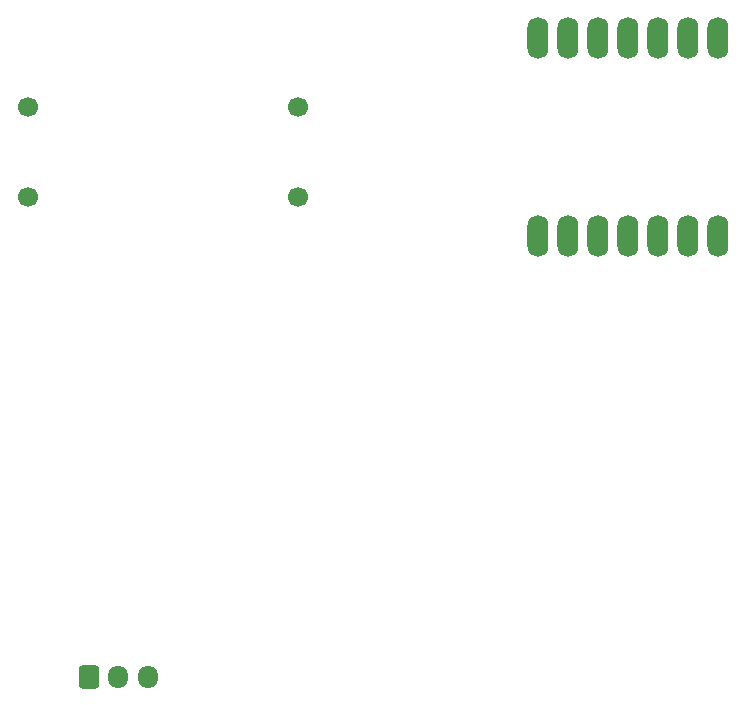
<source format=gbr>
%TF.GenerationSoftware,KiCad,Pcbnew,7.0.10*%
%TF.CreationDate,2024-01-23T18:00:44-08:00*%
%TF.ProjectId,pcb-test-3,7063622d-7465-4737-942d-332e6b696361,rev?*%
%TF.SameCoordinates,Original*%
%TF.FileFunction,Soldermask,Bot*%
%TF.FilePolarity,Negative*%
%FSLAX46Y46*%
G04 Gerber Fmt 4.6, Leading zero omitted, Abs format (unit mm)*
G04 Created by KiCad (PCBNEW 7.0.10) date 2024-01-23 18:00:44*
%MOMM*%
%LPD*%
G01*
G04 APERTURE LIST*
G04 Aperture macros list*
%AMRoundRect*
0 Rectangle with rounded corners*
0 $1 Rounding radius*
0 $2 $3 $4 $5 $6 $7 $8 $9 X,Y pos of 4 corners*
0 Add a 4 corners polygon primitive as box body*
4,1,4,$2,$3,$4,$5,$6,$7,$8,$9,$2,$3,0*
0 Add four circle primitives for the rounded corners*
1,1,$1+$1,$2,$3*
1,1,$1+$1,$4,$5*
1,1,$1+$1,$6,$7*
1,1,$1+$1,$8,$9*
0 Add four rect primitives between the rounded corners*
20,1,$1+$1,$2,$3,$4,$5,0*
20,1,$1+$1,$4,$5,$6,$7,0*
20,1,$1+$1,$6,$7,$8,$9,0*
20,1,$1+$1,$8,$9,$2,$3,0*%
G04 Aperture macros list end*
%ADD10O,1.778000X3.556000*%
%ADD11O,1.700000X1.950000*%
%ADD12RoundRect,0.250000X-0.600000X-0.725000X0.600000X-0.725000X0.600000X0.725000X-0.600000X0.725000X0*%
%ADD13C,1.700000*%
G04 APERTURE END LIST*
D10*
%TO.C,U1*%
X142240000Y-92202000D03*
X139700000Y-92202000D03*
X137160000Y-92202000D03*
X134620000Y-92202000D03*
X132080000Y-92202000D03*
X129540000Y-92202000D03*
X127000000Y-92202000D03*
X142240000Y-75438000D03*
X139700000Y-75438000D03*
X137160000Y-75438000D03*
X134620000Y-75438000D03*
X132080000Y-75438000D03*
X129540000Y-75438000D03*
X127000000Y-75438000D03*
%TD*%
D11*
%TO.C,SW1*%
X93980000Y-129540000D03*
X91480000Y-129540000D03*
D12*
X88980000Y-129540000D03*
%TD*%
D13*
%TO.C,M1*%
X106680000Y-81280000D03*
X106680000Y-88900000D03*
X83820000Y-88900000D03*
X83820000Y-81280000D03*
%TD*%
M02*

</source>
